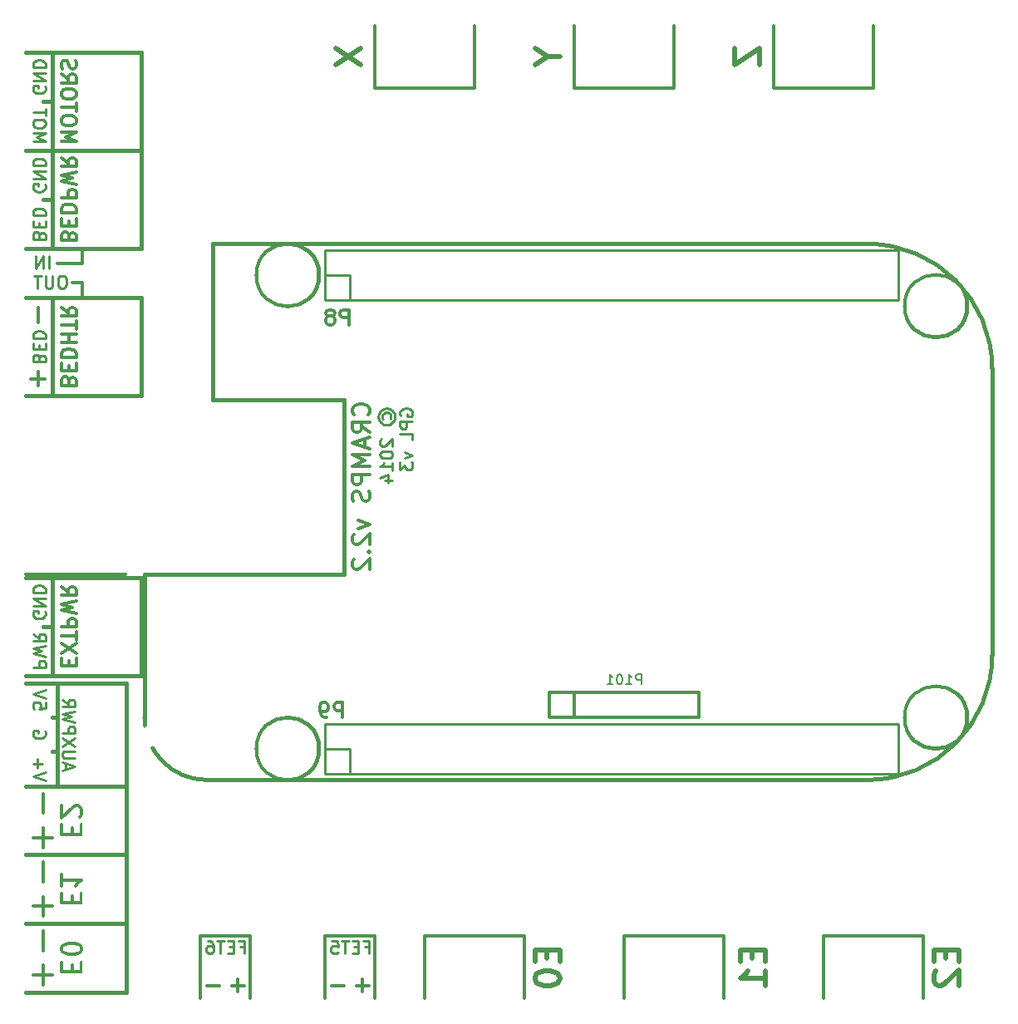
<source format=gbo>
G04 (created by PCBNEW (2013-07-07 BZR 4022)-stable) date 6/13/2014 10:53:15 AM*
%MOIN*%
G04 Gerber Fmt 3.4, Leading zero omitted, Abs format*
%FSLAX34Y34*%
G01*
G70*
G90*
G04 APERTURE LIST*
%ADD10C,0.00590551*%
%ADD11C,0.012*%
%ADD12C,0.01*%
%ADD13C,0.015*%
%ADD14C,0.011811*%
%ADD15C,0.02*%
%ADD16C,0.004*%
%ADD17C,0.008*%
%ADD18C,0.13811*%
%ADD19R,0.13811X0.13811*%
%ADD20R,0.085X0.085*%
%ADD21O,0.085X0.085*%
%ADD22C,0.124331*%
%ADD23C,0.085*%
%ADD24C,0.09*%
%ADD25R,0.09X0.09*%
%ADD26R,0.085X0.08*%
%ADD27R,0.075X0.1184*%
%ADD28C,0.114488*%
%ADD29R,0.114488X0.114488*%
%ADD30C,0.236535*%
G04 APERTURE END LIST*
G54D10*
G54D11*
X5177Y32342D02*
X5767Y32342D01*
X5472Y32637D02*
X5472Y32047D01*
X5472Y35196D02*
X5472Y34606D01*
X18716Y30883D02*
X18750Y30916D01*
X18783Y31016D01*
X18783Y31083D01*
X18750Y31183D01*
X18683Y31250D01*
X18616Y31283D01*
X18483Y31316D01*
X18383Y31316D01*
X18250Y31283D01*
X18183Y31250D01*
X18116Y31183D01*
X18083Y31083D01*
X18083Y31016D01*
X18116Y30916D01*
X18150Y30883D01*
X18783Y30183D02*
X18450Y30416D01*
X18783Y30583D02*
X18083Y30583D01*
X18083Y30316D01*
X18116Y30250D01*
X18150Y30216D01*
X18216Y30183D01*
X18316Y30183D01*
X18383Y30216D01*
X18416Y30250D01*
X18450Y30316D01*
X18450Y30583D01*
X18583Y29916D02*
X18583Y29583D01*
X18783Y29983D02*
X18083Y29750D01*
X18783Y29516D01*
X18783Y29283D02*
X18083Y29283D01*
X18583Y29050D01*
X18083Y28816D01*
X18783Y28816D01*
X18783Y28483D02*
X18083Y28483D01*
X18083Y28216D01*
X18116Y28150D01*
X18150Y28116D01*
X18216Y28083D01*
X18316Y28083D01*
X18383Y28116D01*
X18416Y28150D01*
X18450Y28216D01*
X18450Y28483D01*
X18750Y27816D02*
X18783Y27716D01*
X18783Y27550D01*
X18750Y27483D01*
X18716Y27450D01*
X18650Y27416D01*
X18583Y27416D01*
X18516Y27450D01*
X18483Y27483D01*
X18450Y27550D01*
X18416Y27683D01*
X18383Y27750D01*
X18350Y27783D01*
X18283Y27816D01*
X18216Y27816D01*
X18150Y27783D01*
X18116Y27750D01*
X18083Y27683D01*
X18083Y27516D01*
X18116Y27416D01*
X18316Y26650D02*
X18783Y26483D01*
X18316Y26316D01*
X18150Y26083D02*
X18116Y26050D01*
X18083Y25983D01*
X18083Y25816D01*
X18116Y25750D01*
X18150Y25716D01*
X18216Y25683D01*
X18283Y25683D01*
X18383Y25716D01*
X18783Y26116D01*
X18783Y25683D01*
X18716Y25383D02*
X18750Y25350D01*
X18783Y25383D01*
X18750Y25416D01*
X18716Y25383D01*
X18783Y25383D01*
X18150Y25083D02*
X18116Y25050D01*
X18083Y24983D01*
X18083Y24816D01*
X18116Y24750D01*
X18150Y24716D01*
X18216Y24683D01*
X18283Y24683D01*
X18383Y24716D01*
X18783Y25116D01*
X18783Y24683D01*
G54D12*
X19321Y30726D02*
X19297Y30773D01*
X19297Y30869D01*
X19321Y30916D01*
X19369Y30964D01*
X19416Y30988D01*
X19511Y30988D01*
X19559Y30964D01*
X19607Y30916D01*
X19630Y30869D01*
X19630Y30773D01*
X19607Y30726D01*
X19130Y30821D02*
X19154Y30940D01*
X19226Y31059D01*
X19345Y31130D01*
X19464Y31154D01*
X19583Y31130D01*
X19702Y31059D01*
X19773Y30940D01*
X19797Y30821D01*
X19773Y30702D01*
X19702Y30583D01*
X19583Y30511D01*
X19464Y30488D01*
X19345Y30511D01*
X19226Y30583D01*
X19154Y30702D01*
X19130Y30821D01*
X19250Y29916D02*
X19226Y29892D01*
X19202Y29845D01*
X19202Y29726D01*
X19226Y29678D01*
X19250Y29654D01*
X19297Y29630D01*
X19345Y29630D01*
X19416Y29654D01*
X19702Y29940D01*
X19702Y29630D01*
X19202Y29321D02*
X19202Y29273D01*
X19226Y29226D01*
X19250Y29202D01*
X19297Y29178D01*
X19392Y29154D01*
X19511Y29154D01*
X19607Y29178D01*
X19654Y29202D01*
X19678Y29226D01*
X19702Y29273D01*
X19702Y29321D01*
X19678Y29369D01*
X19654Y29392D01*
X19607Y29416D01*
X19511Y29440D01*
X19392Y29440D01*
X19297Y29416D01*
X19250Y29392D01*
X19226Y29369D01*
X19202Y29321D01*
X19702Y28678D02*
X19702Y28964D01*
X19702Y28821D02*
X19202Y28821D01*
X19273Y28869D01*
X19321Y28916D01*
X19345Y28964D01*
X19369Y28249D02*
X19702Y28249D01*
X19178Y28369D02*
X19535Y28488D01*
X19535Y28178D01*
X20026Y30869D02*
X20002Y30916D01*
X20002Y30988D01*
X20026Y31059D01*
X20073Y31107D01*
X20121Y31130D01*
X20216Y31154D01*
X20288Y31154D01*
X20383Y31130D01*
X20430Y31107D01*
X20478Y31059D01*
X20502Y30988D01*
X20502Y30940D01*
X20478Y30869D01*
X20454Y30845D01*
X20288Y30845D01*
X20288Y30940D01*
X20502Y30630D02*
X20002Y30630D01*
X20002Y30440D01*
X20026Y30392D01*
X20050Y30369D01*
X20097Y30345D01*
X20169Y30345D01*
X20216Y30369D01*
X20240Y30392D01*
X20264Y30440D01*
X20264Y30630D01*
X20502Y29892D02*
X20502Y30130D01*
X20002Y30130D01*
X20169Y29392D02*
X20502Y29273D01*
X20169Y29154D01*
X20002Y29011D02*
X20002Y28702D01*
X20192Y28869D01*
X20192Y28797D01*
X20216Y28750D01*
X20240Y28726D01*
X20288Y28702D01*
X20407Y28702D01*
X20454Y28726D01*
X20478Y28750D01*
X20502Y28797D01*
X20502Y28940D01*
X20478Y28988D01*
X20454Y29011D01*
X5918Y36766D02*
X5918Y37266D01*
X5680Y36766D02*
X5680Y37266D01*
X5394Y36766D01*
X5394Y37266D01*
X6489Y36478D02*
X6394Y36478D01*
X6347Y36454D01*
X6299Y36407D01*
X6275Y36312D01*
X6275Y36145D01*
X6299Y36050D01*
X6347Y36002D01*
X6394Y35978D01*
X6489Y35978D01*
X6537Y36002D01*
X6585Y36050D01*
X6608Y36145D01*
X6608Y36312D01*
X6585Y36407D01*
X6537Y36454D01*
X6489Y36478D01*
X6061Y36478D02*
X6061Y36073D01*
X6037Y36026D01*
X6013Y36002D01*
X5966Y35978D01*
X5870Y35978D01*
X5823Y36002D01*
X5799Y36026D01*
X5775Y36073D01*
X5775Y36478D01*
X5608Y36478D02*
X5323Y36478D01*
X5466Y35978D02*
X5466Y36478D01*
G54D11*
X7244Y36181D02*
X6850Y36181D01*
X7244Y35590D02*
X7244Y36181D01*
X7244Y36968D02*
X6259Y36968D01*
X7244Y37559D02*
X7244Y36968D01*
G54D13*
X6062Y18759D02*
X6259Y18759D01*
X6062Y17381D02*
X6259Y17381D01*
X6259Y20137D02*
X6259Y16003D01*
X5669Y22401D02*
X6062Y22401D01*
X5669Y39527D02*
X6062Y39527D01*
X5669Y43464D02*
X6062Y43464D01*
G54D12*
X5746Y18201D02*
X5770Y18154D01*
X5770Y18082D01*
X5746Y18011D01*
X5698Y17963D01*
X5651Y17939D01*
X5555Y17916D01*
X5484Y17916D01*
X5389Y17939D01*
X5341Y17963D01*
X5293Y18011D01*
X5270Y18082D01*
X5270Y18130D01*
X5293Y18201D01*
X5317Y18225D01*
X5484Y18225D01*
X5484Y18130D01*
X5770Y19353D02*
X5770Y19115D01*
X5531Y19091D01*
X5555Y19115D01*
X5579Y19163D01*
X5579Y19282D01*
X5555Y19329D01*
X5531Y19353D01*
X5484Y19377D01*
X5365Y19377D01*
X5317Y19353D01*
X5293Y19329D01*
X5270Y19282D01*
X5270Y19163D01*
X5293Y19115D01*
X5317Y19091D01*
X5770Y19520D02*
X5270Y19686D01*
X5770Y19853D01*
X5770Y16216D02*
X5270Y16383D01*
X5770Y16550D01*
X5460Y16716D02*
X5460Y17097D01*
X5270Y16907D02*
X5651Y16907D01*
G54D13*
X6062Y16003D02*
X9015Y16003D01*
X6062Y13248D02*
X9015Y13248D01*
X6062Y10492D02*
X9015Y10492D01*
X9015Y7736D02*
X6062Y7736D01*
X9015Y20137D02*
X9015Y7736D01*
X6062Y20137D02*
X9015Y20137D01*
X6062Y20433D02*
X6062Y24370D01*
X9606Y20433D02*
X6062Y20433D01*
X9606Y24370D02*
X9606Y20433D01*
X6062Y24370D02*
X9606Y24370D01*
X6062Y31653D02*
X6062Y35590D01*
X9606Y31653D02*
X6062Y31653D01*
X9606Y35590D02*
X9606Y31653D01*
X6062Y35590D02*
X9606Y35590D01*
X6062Y41496D02*
X9606Y41496D01*
X6062Y37559D02*
X6062Y45433D01*
X9606Y37559D02*
X6062Y37559D01*
X9606Y45433D02*
X9606Y37559D01*
X6062Y45433D02*
X9606Y45433D01*
X6062Y41496D02*
X5000Y41496D01*
X6062Y35590D02*
X5000Y35590D01*
X6062Y37559D02*
X5000Y37559D01*
X6062Y45433D02*
X5000Y45433D01*
X6062Y24370D02*
X5000Y24370D01*
X6062Y31653D02*
X5000Y31653D01*
X6062Y20433D02*
X5000Y20433D01*
X6062Y20137D02*
X5000Y20137D01*
X6062Y16003D02*
X5000Y16003D01*
X6062Y13248D02*
X5000Y13248D01*
X6062Y10492D02*
X5000Y10492D01*
X6062Y7736D02*
X5000Y7736D01*
G54D14*
X6723Y32272D02*
X6695Y32356D01*
X6667Y32384D01*
X6611Y32412D01*
X6526Y32412D01*
X6470Y32384D01*
X6442Y32356D01*
X6414Y32300D01*
X6414Y32075D01*
X7005Y32075D01*
X7005Y32272D01*
X6976Y32328D01*
X6948Y32356D01*
X6892Y32384D01*
X6836Y32384D01*
X6780Y32356D01*
X6751Y32328D01*
X6723Y32272D01*
X6723Y32075D01*
X6723Y32665D02*
X6723Y32862D01*
X6414Y32947D02*
X6414Y32665D01*
X7005Y32665D01*
X7005Y32947D01*
X6414Y33200D02*
X7005Y33200D01*
X7005Y33340D01*
X6976Y33425D01*
X6920Y33481D01*
X6864Y33509D01*
X6751Y33537D01*
X6667Y33537D01*
X6555Y33509D01*
X6498Y33481D01*
X6442Y33425D01*
X6414Y33340D01*
X6414Y33200D01*
X6414Y33790D02*
X7005Y33790D01*
X6723Y33790D02*
X6723Y34128D01*
X6414Y34128D02*
X7005Y34128D01*
X7005Y34325D02*
X7005Y34662D01*
X6414Y34493D02*
X7005Y34493D01*
X6414Y35196D02*
X6695Y35000D01*
X6414Y34859D02*
X7005Y34859D01*
X7005Y35084D01*
X6976Y35140D01*
X6948Y35168D01*
X6892Y35196D01*
X6808Y35196D01*
X6751Y35168D01*
X6723Y35140D01*
X6695Y35084D01*
X6695Y34859D01*
G54D12*
X5531Y33181D02*
X5508Y33252D01*
X5484Y33276D01*
X5436Y33300D01*
X5365Y33300D01*
X5317Y33276D01*
X5293Y33252D01*
X5270Y33205D01*
X5270Y33014D01*
X5770Y33014D01*
X5770Y33181D01*
X5746Y33229D01*
X5722Y33252D01*
X5674Y33276D01*
X5627Y33276D01*
X5579Y33252D01*
X5555Y33229D01*
X5531Y33181D01*
X5531Y33014D01*
X5531Y33514D02*
X5531Y33681D01*
X5270Y33752D02*
X5270Y33514D01*
X5770Y33514D01*
X5770Y33752D01*
X5270Y33967D02*
X5770Y33967D01*
X5770Y34086D01*
X5746Y34157D01*
X5698Y34205D01*
X5651Y34229D01*
X5555Y34252D01*
X5484Y34252D01*
X5389Y34229D01*
X5341Y34205D01*
X5293Y34157D01*
X5270Y34086D01*
X5270Y33967D01*
X5531Y38102D02*
X5508Y38174D01*
X5484Y38198D01*
X5436Y38221D01*
X5365Y38221D01*
X5317Y38198D01*
X5293Y38174D01*
X5270Y38126D01*
X5270Y37936D01*
X5770Y37936D01*
X5770Y38102D01*
X5746Y38150D01*
X5722Y38174D01*
X5674Y38198D01*
X5627Y38198D01*
X5579Y38174D01*
X5555Y38150D01*
X5531Y38102D01*
X5531Y37936D01*
X5531Y38436D02*
X5531Y38602D01*
X5270Y38674D02*
X5270Y38436D01*
X5770Y38436D01*
X5770Y38674D01*
X5270Y38888D02*
X5770Y38888D01*
X5770Y39007D01*
X5746Y39079D01*
X5698Y39126D01*
X5651Y39150D01*
X5555Y39174D01*
X5484Y39174D01*
X5389Y39150D01*
X5341Y39126D01*
X5293Y39079D01*
X5270Y39007D01*
X5270Y38888D01*
X5746Y40130D02*
X5770Y40083D01*
X5770Y40011D01*
X5746Y39940D01*
X5698Y39892D01*
X5651Y39868D01*
X5555Y39845D01*
X5484Y39845D01*
X5389Y39868D01*
X5341Y39892D01*
X5293Y39940D01*
X5270Y40011D01*
X5270Y40059D01*
X5293Y40130D01*
X5317Y40154D01*
X5484Y40154D01*
X5484Y40059D01*
X5270Y40368D02*
X5770Y40368D01*
X5270Y40654D01*
X5770Y40654D01*
X5270Y40892D02*
X5770Y40892D01*
X5770Y41011D01*
X5746Y41083D01*
X5698Y41130D01*
X5651Y41154D01*
X5555Y41178D01*
X5484Y41178D01*
X5389Y41154D01*
X5341Y41130D01*
X5293Y41083D01*
X5270Y41011D01*
X5270Y40892D01*
G54D14*
X6723Y38079D02*
X6695Y38163D01*
X6667Y38191D01*
X6611Y38219D01*
X6526Y38219D01*
X6470Y38191D01*
X6442Y38163D01*
X6414Y38107D01*
X6414Y37882D01*
X7005Y37882D01*
X7005Y38079D01*
X6976Y38135D01*
X6948Y38163D01*
X6892Y38191D01*
X6836Y38191D01*
X6780Y38163D01*
X6751Y38135D01*
X6723Y38079D01*
X6723Y37882D01*
X6723Y38473D02*
X6723Y38669D01*
X6414Y38754D02*
X6414Y38473D01*
X7005Y38473D01*
X7005Y38754D01*
X6414Y39007D02*
X7005Y39007D01*
X7005Y39147D01*
X6976Y39232D01*
X6920Y39288D01*
X6864Y39316D01*
X6751Y39344D01*
X6667Y39344D01*
X6555Y39316D01*
X6498Y39288D01*
X6442Y39232D01*
X6414Y39147D01*
X6414Y39007D01*
X6414Y39597D02*
X7005Y39597D01*
X7005Y39822D01*
X6976Y39879D01*
X6948Y39907D01*
X6892Y39935D01*
X6808Y39935D01*
X6751Y39907D01*
X6723Y39879D01*
X6695Y39822D01*
X6695Y39597D01*
X7005Y40132D02*
X6414Y40272D01*
X6836Y40385D01*
X6414Y40497D01*
X7005Y40638D01*
X6414Y41200D02*
X6695Y41003D01*
X6414Y40863D02*
X7005Y40863D01*
X7005Y41088D01*
X6976Y41144D01*
X6948Y41172D01*
X6892Y41200D01*
X6808Y41200D01*
X6751Y41172D01*
X6723Y41144D01*
X6695Y41088D01*
X6695Y40863D01*
X6414Y41847D02*
X7005Y41847D01*
X6583Y42044D01*
X7005Y42241D01*
X6414Y42241D01*
X7005Y42634D02*
X7005Y42747D01*
X6976Y42803D01*
X6920Y42859D01*
X6808Y42888D01*
X6611Y42888D01*
X6498Y42859D01*
X6442Y42803D01*
X6414Y42747D01*
X6414Y42634D01*
X6442Y42578D01*
X6498Y42522D01*
X6611Y42494D01*
X6808Y42494D01*
X6920Y42522D01*
X6976Y42578D01*
X7005Y42634D01*
X7005Y43056D02*
X7005Y43394D01*
X6414Y43225D02*
X7005Y43225D01*
X7005Y43703D02*
X7005Y43816D01*
X6976Y43872D01*
X6920Y43928D01*
X6808Y43956D01*
X6611Y43956D01*
X6498Y43928D01*
X6442Y43872D01*
X6414Y43816D01*
X6414Y43703D01*
X6442Y43647D01*
X6498Y43591D01*
X6611Y43562D01*
X6808Y43562D01*
X6920Y43591D01*
X6976Y43647D01*
X7005Y43703D01*
X6414Y44547D02*
X6695Y44350D01*
X6414Y44209D02*
X7005Y44209D01*
X7005Y44434D01*
X6976Y44491D01*
X6948Y44519D01*
X6892Y44547D01*
X6808Y44547D01*
X6751Y44519D01*
X6723Y44491D01*
X6695Y44434D01*
X6695Y44209D01*
X6442Y44772D02*
X6414Y44856D01*
X6414Y44997D01*
X6442Y45053D01*
X6470Y45081D01*
X6526Y45109D01*
X6583Y45109D01*
X6639Y45081D01*
X6667Y45053D01*
X6695Y44997D01*
X6723Y44884D01*
X6751Y44828D01*
X6780Y44800D01*
X6836Y44772D01*
X6892Y44772D01*
X6948Y44800D01*
X6976Y44828D01*
X7005Y44884D01*
X7005Y45025D01*
X6976Y45109D01*
G54D12*
X5746Y44067D02*
X5770Y44020D01*
X5770Y43948D01*
X5746Y43877D01*
X5698Y43829D01*
X5651Y43805D01*
X5555Y43782D01*
X5484Y43782D01*
X5389Y43805D01*
X5341Y43829D01*
X5293Y43877D01*
X5270Y43948D01*
X5270Y43996D01*
X5293Y44067D01*
X5317Y44091D01*
X5484Y44091D01*
X5484Y43996D01*
X5270Y44305D02*
X5770Y44305D01*
X5270Y44591D01*
X5770Y44591D01*
X5270Y44829D02*
X5770Y44829D01*
X5770Y44948D01*
X5746Y45020D01*
X5698Y45067D01*
X5651Y45091D01*
X5555Y45115D01*
X5484Y45115D01*
X5389Y45091D01*
X5341Y45067D01*
X5293Y45020D01*
X5270Y44948D01*
X5270Y44829D01*
X5270Y41861D02*
X5770Y41861D01*
X5412Y42027D01*
X5770Y42194D01*
X5270Y42194D01*
X5770Y42527D02*
X5770Y42623D01*
X5746Y42670D01*
X5698Y42718D01*
X5603Y42742D01*
X5436Y42742D01*
X5341Y42718D01*
X5293Y42670D01*
X5270Y42623D01*
X5270Y42527D01*
X5293Y42480D01*
X5341Y42432D01*
X5436Y42408D01*
X5603Y42408D01*
X5698Y42432D01*
X5746Y42480D01*
X5770Y42527D01*
X5770Y42885D02*
X5770Y43170D01*
X5270Y43027D02*
X5770Y43027D01*
X6594Y16666D02*
X6594Y16904D01*
X6451Y16618D02*
X6951Y16785D01*
X6451Y16951D01*
X6951Y17118D02*
X6546Y17118D01*
X6498Y17142D01*
X6474Y17166D01*
X6451Y17213D01*
X6451Y17308D01*
X6474Y17356D01*
X6498Y17380D01*
X6546Y17404D01*
X6951Y17404D01*
X6951Y17594D02*
X6451Y17928D01*
X6951Y17928D02*
X6451Y17594D01*
X6451Y18118D02*
X6951Y18118D01*
X6951Y18308D01*
X6927Y18356D01*
X6903Y18380D01*
X6855Y18404D01*
X6784Y18404D01*
X6736Y18380D01*
X6713Y18356D01*
X6689Y18308D01*
X6689Y18118D01*
X6951Y18570D02*
X6451Y18689D01*
X6808Y18785D01*
X6451Y18880D01*
X6951Y18999D01*
X6451Y19475D02*
X6689Y19308D01*
X6451Y19189D02*
X6951Y19189D01*
X6951Y19380D01*
X6927Y19428D01*
X6903Y19451D01*
X6855Y19475D01*
X6784Y19475D01*
X6736Y19451D01*
X6713Y19428D01*
X6689Y19380D01*
X6689Y19189D01*
X5270Y20750D02*
X5770Y20750D01*
X5770Y20941D01*
X5746Y20988D01*
X5722Y21012D01*
X5674Y21036D01*
X5603Y21036D01*
X5555Y21012D01*
X5531Y20988D01*
X5508Y20941D01*
X5508Y20750D01*
X5770Y21203D02*
X5270Y21322D01*
X5627Y21417D01*
X5270Y21512D01*
X5770Y21631D01*
X5270Y22107D02*
X5508Y21941D01*
X5270Y21822D02*
X5770Y21822D01*
X5770Y22012D01*
X5746Y22060D01*
X5722Y22083D01*
X5674Y22107D01*
X5603Y22107D01*
X5555Y22083D01*
X5531Y22060D01*
X5508Y22012D01*
X5508Y21822D01*
X5746Y23004D02*
X5770Y22957D01*
X5770Y22885D01*
X5746Y22814D01*
X5698Y22766D01*
X5651Y22742D01*
X5555Y22719D01*
X5484Y22719D01*
X5389Y22742D01*
X5341Y22766D01*
X5293Y22814D01*
X5270Y22885D01*
X5270Y22933D01*
X5293Y23004D01*
X5317Y23028D01*
X5484Y23028D01*
X5484Y22933D01*
X5270Y23242D02*
X5770Y23242D01*
X5270Y23528D01*
X5770Y23528D01*
X5270Y23766D02*
X5770Y23766D01*
X5770Y23885D01*
X5746Y23957D01*
X5698Y24004D01*
X5651Y24028D01*
X5555Y24052D01*
X5484Y24052D01*
X5389Y24028D01*
X5341Y24004D01*
X5293Y23957D01*
X5270Y23885D01*
X5270Y23766D01*
G54D11*
X5275Y8425D02*
X6062Y8425D01*
X5669Y8818D02*
X5669Y8031D01*
X5669Y10196D02*
X5669Y9409D01*
X5275Y11181D02*
X6062Y11181D01*
X5669Y11574D02*
X5669Y10787D01*
X5669Y12952D02*
X5669Y12165D01*
X5275Y13937D02*
X6062Y13937D01*
X5669Y14330D02*
X5669Y13543D01*
X5669Y15708D02*
X5669Y14921D01*
X31000Y44000D02*
X31000Y46500D01*
X27000Y44000D02*
X31000Y44000D01*
X27000Y46500D02*
X27000Y44000D01*
X23000Y44000D02*
X23000Y46500D01*
X19000Y44000D02*
X23000Y44000D01*
X19000Y46500D02*
X19000Y44000D01*
X39000Y44000D02*
X39000Y46500D01*
X35000Y44000D02*
X39000Y44000D01*
X35000Y46500D02*
X35000Y44000D01*
G54D15*
X17404Y45583D02*
X18404Y44916D01*
X17404Y44916D02*
X18404Y45583D01*
X25928Y45250D02*
X26404Y45250D01*
X25404Y45583D02*
X25928Y45250D01*
X25404Y44916D01*
G54D11*
X41000Y10000D02*
X41000Y7500D01*
X37000Y10000D02*
X41000Y10000D01*
X37000Y7500D02*
X37000Y10000D01*
X33000Y10000D02*
X33000Y7500D01*
X29000Y10000D02*
X33000Y10000D01*
X29000Y7500D02*
X29000Y10000D01*
X25000Y10000D02*
X25000Y7500D01*
X21000Y10000D02*
X25000Y10000D01*
X21000Y7500D02*
X21000Y10000D01*
G54D15*
X33404Y45583D02*
X33404Y44916D01*
X34404Y45583D01*
X34404Y44916D01*
X25880Y9440D02*
X25880Y9107D01*
X26404Y8964D02*
X26404Y9440D01*
X25404Y9440D01*
X25404Y8964D01*
X25404Y8345D02*
X25404Y8250D01*
X25452Y8154D01*
X25500Y8107D01*
X25595Y8059D01*
X25785Y8011D01*
X26023Y8011D01*
X26214Y8059D01*
X26309Y8107D01*
X26357Y8154D01*
X26404Y8250D01*
X26404Y8345D01*
X26357Y8440D01*
X26309Y8488D01*
X26214Y8535D01*
X26023Y8583D01*
X25785Y8583D01*
X25595Y8535D01*
X25500Y8488D01*
X25452Y8440D01*
X25404Y8345D01*
X34130Y9440D02*
X34130Y9107D01*
X34654Y8964D02*
X34654Y9440D01*
X33654Y9440D01*
X33654Y8964D01*
X34654Y8011D02*
X34654Y8583D01*
X34654Y8297D02*
X33654Y8297D01*
X33797Y8392D01*
X33892Y8488D01*
X33940Y8583D01*
X41880Y9440D02*
X41880Y9107D01*
X42404Y8964D02*
X42404Y9440D01*
X41404Y9440D01*
X41404Y8964D01*
X41500Y8583D02*
X41452Y8535D01*
X41404Y8440D01*
X41404Y8202D01*
X41452Y8107D01*
X41500Y8059D01*
X41595Y8011D01*
X41690Y8011D01*
X41833Y8059D01*
X42404Y8630D01*
X42404Y8011D01*
G54D11*
X19000Y10000D02*
X19000Y7500D01*
X17000Y10000D02*
X19000Y10000D01*
X17000Y7500D02*
X17000Y10000D01*
X14000Y10000D02*
X14000Y7500D01*
X12000Y10000D02*
X14000Y10000D01*
X12000Y7500D02*
X12000Y10000D01*
G54D12*
X18583Y9559D02*
X18750Y9559D01*
X18750Y9297D02*
X18750Y9797D01*
X18511Y9797D01*
X18321Y9559D02*
X18154Y9559D01*
X18083Y9297D02*
X18321Y9297D01*
X18321Y9797D01*
X18083Y9797D01*
X17940Y9797D02*
X17654Y9797D01*
X17797Y9297D02*
X17797Y9797D01*
X17250Y9797D02*
X17488Y9797D01*
X17511Y9559D01*
X17488Y9583D01*
X17440Y9607D01*
X17321Y9607D01*
X17273Y9583D01*
X17250Y9559D01*
X17226Y9511D01*
X17226Y9392D01*
X17250Y9345D01*
X17273Y9321D01*
X17321Y9297D01*
X17440Y9297D01*
X17488Y9321D01*
X17511Y9345D01*
X13583Y9559D02*
X13750Y9559D01*
X13750Y9297D02*
X13750Y9797D01*
X13511Y9797D01*
X13321Y9559D02*
X13154Y9559D01*
X13083Y9297D02*
X13321Y9297D01*
X13321Y9797D01*
X13083Y9797D01*
X12940Y9797D02*
X12654Y9797D01*
X12797Y9297D02*
X12797Y9797D01*
X12273Y9797D02*
X12369Y9797D01*
X12416Y9773D01*
X12440Y9750D01*
X12488Y9678D01*
X12511Y9583D01*
X12511Y9392D01*
X12488Y9345D01*
X12464Y9321D01*
X12416Y9297D01*
X12321Y9297D01*
X12273Y9321D01*
X12250Y9345D01*
X12226Y9392D01*
X12226Y9511D01*
X12250Y9559D01*
X12273Y9583D01*
X12321Y9607D01*
X12416Y9607D01*
X12464Y9583D01*
X12488Y9559D01*
X12511Y9511D01*
G54D11*
X18500Y8250D02*
X18500Y7750D01*
X18250Y8000D02*
X18750Y8000D01*
X17250Y8000D02*
X17750Y8000D01*
X13500Y8250D02*
X13500Y7750D01*
X13250Y8000D02*
X13750Y8000D01*
X12250Y8000D02*
X12750Y8000D01*
X5000Y24500D02*
X9000Y24500D01*
X6847Y8561D02*
X6847Y8828D01*
X6428Y8942D02*
X6428Y8561D01*
X7228Y8561D01*
X7228Y8942D01*
X7228Y9437D02*
X7228Y9514D01*
X7190Y9590D01*
X7151Y9628D01*
X7075Y9666D01*
X6923Y9704D01*
X6732Y9704D01*
X6580Y9666D01*
X6504Y9628D01*
X6466Y9590D01*
X6428Y9514D01*
X6428Y9437D01*
X6466Y9361D01*
X6504Y9323D01*
X6580Y9285D01*
X6732Y9247D01*
X6923Y9247D01*
X7075Y9285D01*
X7151Y9323D01*
X7190Y9361D01*
X7228Y9437D01*
X6847Y11317D02*
X6847Y11584D01*
X6428Y11698D02*
X6428Y11317D01*
X7228Y11317D01*
X7228Y11698D01*
X6428Y12460D02*
X6428Y12003D01*
X6428Y12231D02*
X7228Y12231D01*
X7113Y12155D01*
X7037Y12079D01*
X6999Y12003D01*
X6847Y14073D02*
X6847Y14340D01*
X6428Y14454D02*
X6428Y14073D01*
X7228Y14073D01*
X7228Y14454D01*
X7151Y14759D02*
X7190Y14797D01*
X7228Y14873D01*
X7228Y15064D01*
X7190Y15140D01*
X7151Y15178D01*
X7075Y15216D01*
X6999Y15216D01*
X6885Y15178D01*
X6428Y14721D01*
X6428Y15216D01*
G54D14*
X6723Y20840D02*
X6723Y21037D01*
X6414Y21122D02*
X6414Y20840D01*
X7005Y20840D01*
X7005Y21122D01*
X7005Y21318D02*
X6414Y21712D01*
X7005Y21712D02*
X6414Y21318D01*
X7005Y21853D02*
X7005Y22190D01*
X6414Y22021D02*
X7005Y22021D01*
X6414Y22387D02*
X7005Y22387D01*
X7005Y22612D01*
X6976Y22668D01*
X6948Y22696D01*
X6892Y22724D01*
X6808Y22724D01*
X6751Y22696D01*
X6723Y22668D01*
X6695Y22612D01*
X6695Y22387D01*
X7005Y22921D02*
X6414Y23062D01*
X6836Y23174D01*
X6414Y23287D01*
X7005Y23428D01*
X6414Y23990D02*
X6695Y23793D01*
X6414Y23652D02*
X7005Y23652D01*
X7005Y23877D01*
X6976Y23934D01*
X6948Y23962D01*
X6892Y23990D01*
X6808Y23990D01*
X6751Y23962D01*
X6723Y23934D01*
X6695Y23877D01*
X6695Y23652D01*
G54D11*
X27000Y18750D02*
X27000Y19750D01*
X26000Y19750D02*
X26000Y18750D01*
X26000Y18750D02*
X32000Y18750D01*
X32000Y18750D02*
X32000Y19750D01*
X32000Y19750D02*
X26000Y19750D01*
G54D16*
X17000Y18500D02*
X17000Y16500D01*
X17000Y16500D02*
X40000Y16500D01*
X40000Y16500D02*
X40000Y18500D01*
X40000Y18500D02*
X17000Y18500D01*
X17000Y37500D02*
X17000Y35500D01*
X17000Y35500D02*
X40000Y35500D01*
X40000Y35500D02*
X40000Y37500D01*
X40000Y37500D02*
X17000Y37500D01*
G54D13*
X42750Y18750D02*
G75*
G03X42750Y18750I-1250J0D01*
G74*
G01*
X42750Y35250D02*
G75*
G03X42750Y35250I-1250J0D01*
G74*
G01*
X16750Y36500D02*
G75*
G03X16750Y36500I-1250J0D01*
G74*
G01*
X16750Y17500D02*
G75*
G03X16750Y17500I-1250J0D01*
G74*
G01*
G54D12*
X40000Y16500D02*
X17000Y16500D01*
X40000Y18500D02*
X40000Y16500D01*
X17000Y18500D02*
X40000Y18500D01*
X17000Y16500D02*
X17000Y18500D01*
X18000Y17500D02*
X18000Y16500D01*
X17000Y17500D02*
X18000Y17500D01*
X17000Y36500D02*
X18000Y36500D01*
X18000Y36500D02*
X18000Y35500D01*
X17000Y35500D02*
X17000Y37500D01*
X17000Y37500D02*
X40000Y37500D01*
X40000Y37500D02*
X40000Y35500D01*
X40000Y35500D02*
X17000Y35500D01*
G54D13*
X12500Y31650D02*
X12500Y31500D01*
X12500Y31500D02*
X17750Y31500D01*
X17750Y31500D02*
X17750Y24500D01*
X17750Y24500D02*
X9750Y24500D01*
X9750Y24500D02*
X9750Y24350D01*
X38750Y37750D02*
X12500Y37750D01*
X12500Y37750D02*
X12500Y31650D01*
X9750Y24350D02*
X9750Y19250D01*
X9750Y18750D02*
X9750Y19250D01*
X38750Y16250D02*
X12250Y16250D01*
X43750Y21250D02*
X43750Y32750D01*
X38750Y16250D02*
G75*
G03X43750Y21250I0J5000D01*
G74*
G01*
X43750Y32750D02*
G75*
G03X38750Y37750I-5000J0D01*
G74*
G01*
X9750Y18750D02*
G75*
G03X12250Y16250I2500J0D01*
G74*
G01*
G54D17*
X29676Y20088D02*
X29676Y20488D01*
X29523Y20488D01*
X29485Y20469D01*
X29466Y20450D01*
X29447Y20411D01*
X29447Y20354D01*
X29466Y20316D01*
X29485Y20297D01*
X29523Y20278D01*
X29676Y20278D01*
X29066Y20088D02*
X29295Y20088D01*
X29180Y20088D02*
X29180Y20488D01*
X29219Y20430D01*
X29257Y20392D01*
X29295Y20373D01*
X28819Y20488D02*
X28780Y20488D01*
X28742Y20469D01*
X28723Y20450D01*
X28704Y20411D01*
X28685Y20335D01*
X28685Y20240D01*
X28704Y20164D01*
X28723Y20126D01*
X28742Y20107D01*
X28780Y20088D01*
X28819Y20088D01*
X28857Y20107D01*
X28876Y20126D01*
X28895Y20164D01*
X28914Y20240D01*
X28914Y20335D01*
X28895Y20411D01*
X28876Y20450D01*
X28857Y20469D01*
X28819Y20488D01*
X28304Y20088D02*
X28533Y20088D01*
X28419Y20088D02*
X28419Y20488D01*
X28457Y20430D01*
X28495Y20392D01*
X28533Y20373D01*
G54D11*
X17692Y18757D02*
X17692Y19357D01*
X17464Y19357D01*
X17407Y19328D01*
X17378Y19300D01*
X17350Y19242D01*
X17350Y19157D01*
X17378Y19100D01*
X17407Y19071D01*
X17464Y19042D01*
X17692Y19042D01*
X17064Y18757D02*
X16950Y18757D01*
X16892Y18785D01*
X16864Y18814D01*
X16807Y18900D01*
X16778Y19014D01*
X16778Y19242D01*
X16807Y19300D01*
X16835Y19328D01*
X16892Y19357D01*
X17007Y19357D01*
X17064Y19328D01*
X17092Y19300D01*
X17121Y19242D01*
X17121Y19100D01*
X17092Y19042D01*
X17064Y19014D01*
X17007Y18985D01*
X16892Y18985D01*
X16835Y19014D01*
X16807Y19042D01*
X16778Y19100D01*
X17942Y34507D02*
X17942Y35107D01*
X17714Y35107D01*
X17657Y35078D01*
X17628Y35050D01*
X17600Y34992D01*
X17600Y34907D01*
X17628Y34850D01*
X17657Y34821D01*
X17714Y34792D01*
X17942Y34792D01*
X17257Y34850D02*
X17314Y34878D01*
X17342Y34907D01*
X17371Y34964D01*
X17371Y34992D01*
X17342Y35050D01*
X17314Y35078D01*
X17257Y35107D01*
X17142Y35107D01*
X17085Y35078D01*
X17057Y35050D01*
X17028Y34992D01*
X17028Y34964D01*
X17057Y34907D01*
X17085Y34878D01*
X17142Y34850D01*
X17257Y34850D01*
X17314Y34821D01*
X17342Y34792D01*
X17371Y34735D01*
X17371Y34621D01*
X17342Y34564D01*
X17314Y34535D01*
X17257Y34507D01*
X17142Y34507D01*
X17085Y34535D01*
X17057Y34564D01*
X17028Y34621D01*
X17028Y34735D01*
X17057Y34792D01*
X17085Y34821D01*
X17142Y34850D01*
%LPC*%
G54D18*
X7834Y34606D03*
G54D19*
X7834Y32637D03*
G54D20*
X11000Y18000D03*
G54D21*
X10000Y18000D03*
G54D22*
X11492Y43830D03*
X11492Y45169D03*
X15507Y43830D03*
X15507Y45169D03*
G54D20*
X18500Y19750D03*
G54D23*
X19500Y19750D03*
G54D20*
X20500Y19750D03*
G54D23*
X21500Y19750D03*
G54D20*
X35500Y21000D03*
G54D23*
X36500Y21000D03*
G54D24*
X11500Y36000D03*
X11500Y37000D03*
G54D25*
X11500Y35000D03*
G54D24*
X13250Y13500D03*
X12250Y13500D03*
G54D25*
X14250Y13500D03*
G54D24*
X13250Y11500D03*
X12250Y11500D03*
G54D25*
X14250Y11500D03*
G54D24*
X13250Y15500D03*
X12250Y15500D03*
G54D25*
X14250Y15500D03*
G54D26*
X19500Y45250D03*
G54D23*
X20500Y45250D03*
X21500Y45250D03*
X22500Y45250D03*
G54D26*
X27500Y45250D03*
G54D23*
X28500Y45250D03*
X29500Y45250D03*
X30500Y45250D03*
G54D26*
X35500Y45250D03*
G54D23*
X36500Y45250D03*
X37500Y45250D03*
X38500Y45250D03*
G54D26*
X40500Y8750D03*
G54D23*
X39500Y8750D03*
X38500Y8750D03*
X37500Y8750D03*
G54D27*
X41614Y40779D03*
X43386Y40779D03*
X41614Y38220D03*
X43386Y38220D03*
G54D26*
X32500Y8750D03*
G54D23*
X31500Y8750D03*
X30500Y8750D03*
X29500Y8750D03*
G54D26*
X24500Y8750D03*
G54D23*
X23500Y8750D03*
X22500Y8750D03*
X21500Y8750D03*
G54D20*
X18500Y8750D03*
G54D23*
X17500Y8750D03*
G54D20*
X13500Y8750D03*
G54D23*
X12500Y8750D03*
G54D20*
X42500Y33500D03*
G54D23*
X42500Y32500D03*
G54D20*
X42500Y26000D03*
G54D23*
X42500Y27000D03*
X42500Y28000D03*
X42500Y29000D03*
X42500Y30000D03*
X42500Y31000D03*
G54D20*
X41500Y26000D03*
G54D23*
X40500Y26000D03*
X41500Y27000D03*
X40500Y27000D03*
X41500Y28000D03*
X40500Y28000D03*
X41500Y29000D03*
X40500Y29000D03*
X41500Y30000D03*
X40500Y30000D03*
X41500Y31000D03*
X40500Y31000D03*
G54D27*
X41614Y44779D03*
X43386Y44779D03*
X41614Y42220D03*
X43386Y42220D03*
G54D20*
X26500Y19250D03*
G54D23*
X27500Y19250D03*
X28500Y19250D03*
X29500Y19250D03*
X30500Y19250D03*
X31500Y19250D03*
G54D20*
X34500Y19500D03*
G54D23*
X35500Y19500D03*
X36500Y19500D03*
X37500Y19500D03*
X38500Y19500D03*
X39500Y19500D03*
G54D20*
X17500Y17000D03*
G54D23*
X17500Y18000D03*
X18500Y17000D03*
X18500Y18000D03*
X19500Y17000D03*
X19500Y18000D03*
X20500Y17000D03*
X20500Y18000D03*
X21500Y17000D03*
X21500Y18000D03*
X22500Y17000D03*
X22500Y18000D03*
X23500Y17000D03*
X23500Y18000D03*
X24500Y17000D03*
X24500Y18000D03*
X25500Y17000D03*
X25500Y18000D03*
X26500Y17000D03*
X26500Y18000D03*
X27500Y17000D03*
X27500Y18000D03*
X28500Y17000D03*
X28500Y18000D03*
X29500Y17000D03*
X29500Y18000D03*
X30500Y17000D03*
X30500Y18000D03*
X31500Y17000D03*
X31500Y18000D03*
X32500Y17000D03*
X32500Y18000D03*
X33500Y17000D03*
X33500Y18000D03*
X34500Y17000D03*
X34500Y18000D03*
X35500Y17000D03*
X35500Y18000D03*
X36500Y17000D03*
X36500Y18000D03*
X37500Y17000D03*
X37500Y18000D03*
X38500Y17000D03*
X38500Y18000D03*
X39500Y17000D03*
X39500Y18000D03*
G54D20*
X17500Y36000D03*
G54D23*
X17500Y37000D03*
X18500Y36000D03*
X18500Y37000D03*
X19500Y36000D03*
X19500Y37000D03*
X20500Y36000D03*
X20500Y37000D03*
X21500Y36000D03*
X21500Y37000D03*
X22500Y36000D03*
X22500Y37000D03*
X23500Y36000D03*
X23500Y37000D03*
X24500Y36000D03*
X24500Y37000D03*
X25500Y36000D03*
X25500Y37000D03*
X26500Y36000D03*
X26500Y37000D03*
X27500Y36000D03*
X27500Y37000D03*
X28500Y36000D03*
X28500Y37000D03*
X29500Y36000D03*
X29500Y37000D03*
X30500Y36000D03*
X30500Y37000D03*
X31500Y36000D03*
X31500Y37000D03*
X32500Y36000D03*
X32500Y37000D03*
X33500Y36000D03*
X33500Y37000D03*
X34500Y36000D03*
X34500Y37000D03*
X35500Y36000D03*
X35500Y37000D03*
X36500Y36000D03*
X36500Y37000D03*
X37500Y36000D03*
X37500Y37000D03*
X38500Y36000D03*
X38500Y37000D03*
X39500Y36000D03*
X39500Y37000D03*
X26500Y15500D03*
X25500Y15500D03*
X24500Y15500D03*
X23500Y15500D03*
X22500Y15500D03*
X21500Y15500D03*
X20500Y15500D03*
X19500Y15500D03*
X19500Y10500D03*
X20500Y10500D03*
X21500Y10500D03*
X22500Y10500D03*
X23500Y10500D03*
X24500Y10500D03*
X25500Y10500D03*
X26500Y10500D03*
X34500Y15500D03*
X33500Y15500D03*
X32500Y15500D03*
X31500Y15500D03*
X30500Y15500D03*
X29500Y15500D03*
X28500Y15500D03*
X27500Y15500D03*
X27500Y10500D03*
X28500Y10500D03*
X29500Y10500D03*
X30500Y10500D03*
X31500Y10500D03*
X32500Y10500D03*
X33500Y10500D03*
X34500Y10500D03*
X42500Y15500D03*
X41500Y15500D03*
X40500Y15500D03*
X39500Y15500D03*
X38500Y15500D03*
X37500Y15500D03*
X36500Y15500D03*
X35500Y15500D03*
X35500Y10500D03*
X36500Y10500D03*
X37500Y10500D03*
X38500Y10500D03*
X39500Y10500D03*
X40500Y10500D03*
X41500Y10500D03*
X42500Y10500D03*
X33500Y38500D03*
X34500Y38500D03*
X35500Y38500D03*
X36500Y38500D03*
X37500Y38500D03*
X38500Y38500D03*
X39500Y38500D03*
X40500Y38500D03*
X40500Y43500D03*
X39500Y43500D03*
X38500Y43500D03*
X37500Y43500D03*
X36500Y43500D03*
X35500Y43500D03*
X34500Y43500D03*
X33500Y43500D03*
X25500Y38500D03*
X26500Y38500D03*
X27500Y38500D03*
X28500Y38500D03*
X29500Y38500D03*
X30500Y38500D03*
X31500Y38500D03*
X32500Y38500D03*
X32500Y43500D03*
X31500Y43500D03*
X30500Y43500D03*
X29500Y43500D03*
X28500Y43500D03*
X27500Y43500D03*
X26500Y43500D03*
X25500Y43500D03*
X17500Y38500D03*
X18500Y38500D03*
X19500Y38500D03*
X20500Y38500D03*
X21500Y38500D03*
X22500Y38500D03*
X23500Y38500D03*
X24500Y38500D03*
X24500Y43500D03*
X23500Y43500D03*
X22500Y43500D03*
X21500Y43500D03*
X20500Y43500D03*
X19500Y43500D03*
X18500Y43500D03*
X17500Y43500D03*
G54D18*
X7834Y23385D03*
G54D19*
X7834Y21417D03*
G54D18*
X7834Y44448D03*
G54D19*
X7834Y42480D03*
G54D18*
X7834Y40511D03*
G54D19*
X7834Y38543D03*
G54D28*
X7834Y15314D03*
G54D29*
X7834Y13937D03*
G54D28*
X7834Y9803D03*
G54D29*
X7834Y8425D03*
G54D28*
X7834Y12559D03*
G54D29*
X7834Y11181D03*
G54D28*
X7834Y18070D03*
G54D29*
X7834Y16692D03*
G54D28*
X7834Y19448D03*
G54D30*
X41500Y18750D03*
X15500Y17500D03*
X15500Y36500D03*
X41500Y35250D03*
G54D20*
X38500Y33000D03*
G54D23*
X38500Y32000D03*
X37500Y33000D03*
X37500Y32000D03*
X36500Y33000D03*
X36500Y32000D03*
X35500Y33000D03*
X35500Y32000D03*
G54D20*
X30500Y33000D03*
G54D23*
X30500Y32000D03*
X29500Y33000D03*
X29500Y32000D03*
X28500Y33000D03*
X28500Y32000D03*
X27500Y33000D03*
X27500Y32000D03*
G54D20*
X41500Y21000D03*
G54D23*
X40500Y21000D03*
X41500Y22000D03*
X40500Y22000D03*
X41500Y23000D03*
X40500Y23000D03*
X41500Y24000D03*
X40500Y24000D03*
G54D20*
X31000Y12000D03*
G54D23*
X30000Y12000D03*
X31000Y13000D03*
X30000Y13000D03*
X31000Y14000D03*
X30000Y14000D03*
G54D20*
X39000Y12000D03*
G54D23*
X38000Y12000D03*
X39000Y13000D03*
X38000Y13000D03*
X39000Y14000D03*
X38000Y14000D03*
G54D20*
X23000Y12000D03*
G54D23*
X22000Y12000D03*
X23000Y13000D03*
X22000Y13000D03*
X23000Y14000D03*
X22000Y14000D03*
G54D20*
X37000Y42000D03*
G54D23*
X38000Y42000D03*
X37000Y41000D03*
X38000Y41000D03*
X37000Y40000D03*
X38000Y40000D03*
G54D20*
X29000Y42000D03*
G54D23*
X30000Y42000D03*
X29000Y41000D03*
X30000Y41000D03*
X29000Y40000D03*
X30000Y40000D03*
G54D20*
X21000Y42000D03*
G54D23*
X22000Y42000D03*
X21000Y41000D03*
X22000Y41000D03*
X21000Y40000D03*
X22000Y40000D03*
G54D20*
X21500Y33000D03*
G54D23*
X21500Y32000D03*
X20500Y33000D03*
X20500Y32000D03*
X19500Y33000D03*
X19500Y32000D03*
G54D20*
X33500Y21500D03*
G54D23*
X32500Y21500D03*
X33500Y22500D03*
X32500Y22500D03*
G54D22*
X11492Y22330D03*
X11492Y23669D03*
X15507Y22330D03*
X15507Y23669D03*
X11492Y39830D03*
X11492Y41169D03*
X15507Y39830D03*
X15507Y41169D03*
M02*

</source>
